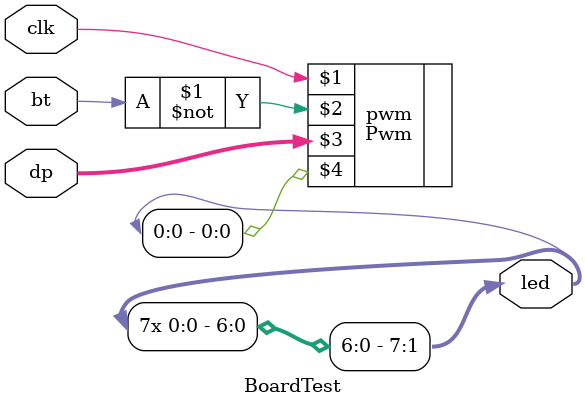
<source format=v>

`timescale 1ns / 1ps

module BoardTest( input wire clk, input wire [0:0] bt, input wire [3:0] dp, output wire [7:0] led );

	Pwm pwm( clk, ~bt[0], dp[3:0], led[0] );
	
	assign led[1] = led[0];
	assign led[2] = led[0];
	assign led[3] = led[0];
	assign led[4] = led[0];
	assign led[5] = led[0];
	assign led[6] = led[0];
	assign led[7] = led[0];

endmodule

</source>
